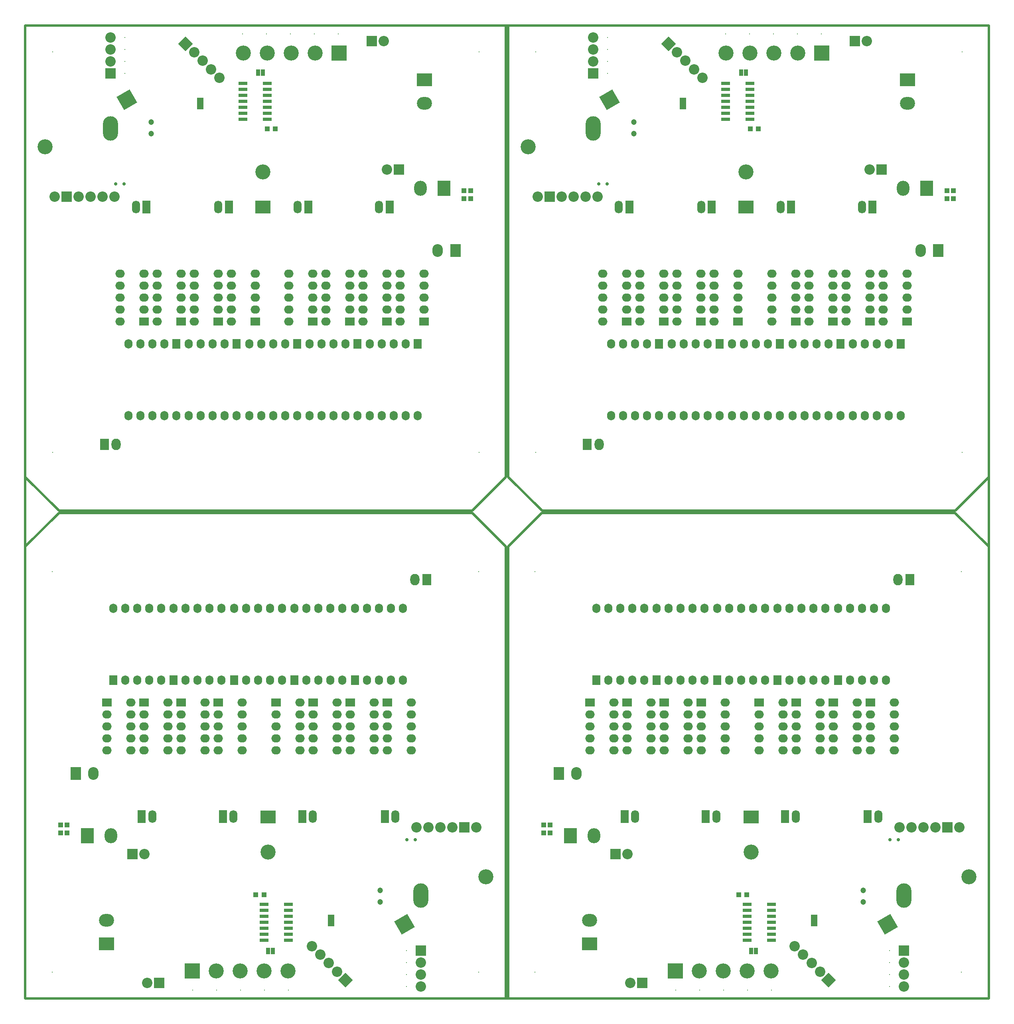
<source format=gbs>
G04*
G04 #@! TF.GenerationSoftware,Altium Limited,Altium Designer,20.0.14 (345)*
G04*
G04 Layer_Color=16711935*
%FSLAX44Y44*%
%MOMM*%
G71*
G01*
G75*
%ADD40C,0.5000*%
%ADD94R,0.8382X1.4732*%
%ADD96R,1.0032X1.1032*%
%ADD97R,1.1032X1.0032*%
%ADD124C,2.2032*%
%ADD125C,1.2032*%
%ADD126O,1.7032X2.7032*%
%ADD127R,1.7032X2.7032*%
%ADD128O,1.9532X2.4532*%
%ADD129R,1.9532X2.4532*%
%ADD130O,2.2032X2.7032*%
%ADD131R,2.2032X2.7032*%
%ADD132O,2.7032X3.2032*%
%ADD133R,2.7032X3.2032*%
%ADD134O,1.7032X2.0032*%
%ADD135R,1.7032X2.0032*%
%ADD136O,2.0032X1.7032*%
%ADD137R,2.0032X1.7032*%
%ADD138C,0.2032*%
%ADD139R,2.2032X2.2032*%
%ADD140C,3.2032*%
%ADD141R,3.2032X3.2032*%
%ADD142R,2.2032X2.2032*%
%ADD143P,4.5300X4X255.0*%
%ADD144P,3.1158X4X180.0*%
%ADD145R,3.2032X2.7032*%
%ADD146O,3.2032X2.7032*%
%ADD147C,0.7032*%
%ADD148R,1.9050X0.7366*%
%ADD149O,3.2032X5.2032*%
%ADD150R,1.4732X0.8382*%
D40*
X0Y0D02*
X2045000D01*
Y2065000D01*
X0D02*
X2045000D01*
X0Y0D02*
Y2065000D01*
X1Y-0D02*
X1020001D01*
Y957500D01*
X948501Y1030000D02*
X1020001Y958850D01*
X71151Y1030000D02*
X948501D01*
X1Y958850D02*
X71151Y1030000D01*
X1Y-0D02*
Y958850D01*
X1025002Y-0D02*
X2045002D01*
Y957500D01*
X1973502Y1030000D02*
X2045002Y958850D01*
X1096152Y1030000D02*
X1973502D01*
X1025002Y958850D02*
X1096152Y1030000D01*
X1025002Y-0D02*
Y958850D01*
X2044999Y2065000D02*
X1024999D01*
Y1107500D01*
X1096499Y1035000D02*
X1024999Y1106150D01*
X1973849Y1035000D02*
X1096499D01*
X2044999Y1106150D02*
X1973849Y1035000D01*
X2044999Y2065000D02*
Y1106150D01*
X1019998Y2065000D02*
X-2D01*
Y1107500D01*
X71498Y1035000D02*
X-2Y1106150D01*
X948848Y1035000D02*
X71498D01*
X1019998Y1106150D02*
X948848Y1035000D01*
X1019998Y2065000D02*
Y1106150D01*
D94*
X525781Y100330D02*
D03*
X515621D02*
D03*
X1550782D02*
D03*
X1540622D02*
D03*
X1519219Y1964670D02*
D03*
X1529379D02*
D03*
X494218D02*
D03*
X504378D02*
D03*
D96*
X489341Y219710D02*
D03*
X506341D02*
D03*
X1514342D02*
D03*
X1531342D02*
D03*
X1555659Y1845290D02*
D03*
X1538659D02*
D03*
X530658D02*
D03*
X513658D02*
D03*
D97*
X74931Y350910D02*
D03*
Y367910D02*
D03*
X88901Y350910D02*
D03*
Y367910D02*
D03*
X1099932Y350910D02*
D03*
Y367910D02*
D03*
X1113902Y350910D02*
D03*
Y367910D02*
D03*
X1970069Y1714090D02*
D03*
Y1697090D02*
D03*
X1956099Y1714090D02*
D03*
Y1697090D02*
D03*
X945068Y1714090D02*
D03*
Y1697090D02*
D03*
X931098Y1714090D02*
D03*
Y1697090D02*
D03*
D124*
X957581Y363220D02*
D03*
X259081Y33020D02*
D03*
X839471Y76200D02*
D03*
X839471Y50800D02*
D03*
Y25400D02*
D03*
X607970Y110851D02*
D03*
X625930Y92890D02*
D03*
X643891Y74930D02*
D03*
X661851Y56969D02*
D03*
X906781Y363220D02*
D03*
X881381Y363220D02*
D03*
X855981D02*
D03*
X830581D02*
D03*
X252731Y306070D02*
D03*
X1982582Y363220D02*
D03*
X1284082Y33020D02*
D03*
X1864472Y76200D02*
D03*
X1864472Y50800D02*
D03*
Y25400D02*
D03*
X1632971Y110851D02*
D03*
X1650931Y92890D02*
D03*
X1668892Y74930D02*
D03*
X1686852Y56969D02*
D03*
X1931782Y363220D02*
D03*
X1906382Y363220D02*
D03*
X1880982D02*
D03*
X1855582D02*
D03*
X1277732Y306070D02*
D03*
X1087419Y1701780D02*
D03*
X1785919Y2031980D02*
D03*
X1205529Y1988800D02*
D03*
X1205529Y2014200D02*
D03*
Y2039600D02*
D03*
X1437030Y1954149D02*
D03*
X1419070Y1972110D02*
D03*
X1401109Y1990070D02*
D03*
X1383149Y2008031D02*
D03*
X1138219Y1701780D02*
D03*
X1163619Y1701780D02*
D03*
X1189019D02*
D03*
X1214419D02*
D03*
X1792269Y1758930D02*
D03*
X62418Y1701780D02*
D03*
X760918Y2031980D02*
D03*
X180528Y1988800D02*
D03*
X180528Y2014200D02*
D03*
Y2039600D02*
D03*
X412029Y1954149D02*
D03*
X394069Y1972110D02*
D03*
X376108Y1990070D02*
D03*
X358148Y2008031D02*
D03*
X113218Y1701780D02*
D03*
X138618Y1701780D02*
D03*
X164018D02*
D03*
X189418D02*
D03*
X767268Y1758930D02*
D03*
D125*
X753111Y229670D02*
D03*
Y204670D02*
D03*
X1778112Y229670D02*
D03*
Y204670D02*
D03*
X1291889Y1835330D02*
D03*
Y1860330D02*
D03*
X266888Y1835330D02*
D03*
Y1860330D02*
D03*
D126*
X441901Y385700D02*
D03*
X610401D02*
D03*
X785401D02*
D03*
X269401D02*
D03*
X1466902D02*
D03*
X1635402D02*
D03*
X1810402D02*
D03*
X1294402D02*
D03*
X1603099Y1679300D02*
D03*
X1434599D02*
D03*
X1259599D02*
D03*
X1775599D02*
D03*
X578098D02*
D03*
X409598D02*
D03*
X234598D02*
D03*
X750598D02*
D03*
D127*
X419401Y385700D02*
D03*
X587901D02*
D03*
X762901D02*
D03*
X246901D02*
D03*
X1444402D02*
D03*
X1612902D02*
D03*
X1787902D02*
D03*
X1271902D02*
D03*
X1625599Y1679300D02*
D03*
X1457099D02*
D03*
X1282099D02*
D03*
X1798099D02*
D03*
X600598D02*
D03*
X432098D02*
D03*
X257098D02*
D03*
X773098D02*
D03*
D128*
X827171Y889000D02*
D03*
X1852172D02*
D03*
X1217829Y1176000D02*
D03*
X192828D02*
D03*
D129*
X852171Y889000D02*
D03*
X1877172D02*
D03*
X1192829Y1176000D02*
D03*
X167828D02*
D03*
D130*
X144781Y477520D02*
D03*
X1169782D02*
D03*
X1900219Y1587480D02*
D03*
X875218D02*
D03*
D131*
X107281Y477520D02*
D03*
X1132282D02*
D03*
X1937719Y1587480D02*
D03*
X912718D02*
D03*
D132*
X181611Y345440D02*
D03*
X1206612D02*
D03*
X1863389Y1719560D02*
D03*
X838388D02*
D03*
D133*
X131611Y345440D02*
D03*
X1156612D02*
D03*
X1913389Y1719560D02*
D03*
X888388D02*
D03*
D134*
X288501Y828100D02*
D03*
X263101D02*
D03*
X237701D02*
D03*
X212301D02*
D03*
X186901D02*
D03*
X288501Y675700D02*
D03*
X263101D02*
D03*
X237701D02*
D03*
X212301D02*
D03*
X468631Y675640D02*
D03*
X494031D02*
D03*
X519431D02*
D03*
X544831D02*
D03*
X443231Y828040D02*
D03*
X468631D02*
D03*
X494031D02*
D03*
X519431D02*
D03*
X544831D02*
D03*
X673101D02*
D03*
X647701D02*
D03*
X622301D02*
D03*
X596901D02*
D03*
X571501D02*
D03*
X673101Y675640D02*
D03*
X647701D02*
D03*
X622301D02*
D03*
X596901D02*
D03*
X725171D02*
D03*
X750571D02*
D03*
X775971D02*
D03*
X801371D02*
D03*
X699771Y828040D02*
D03*
X725171D02*
D03*
X750571D02*
D03*
X775971D02*
D03*
X801371D02*
D03*
X416561D02*
D03*
X391161D02*
D03*
X365761D02*
D03*
X340361D02*
D03*
X314961D02*
D03*
X416561Y675640D02*
D03*
X391161D02*
D03*
X365761D02*
D03*
X340361D02*
D03*
X1313502Y828100D02*
D03*
X1288102D02*
D03*
X1262702D02*
D03*
X1237302D02*
D03*
X1211902D02*
D03*
X1313502Y675700D02*
D03*
X1288102D02*
D03*
X1262702D02*
D03*
X1237302D02*
D03*
X1493632Y675640D02*
D03*
X1519032D02*
D03*
X1544432D02*
D03*
X1569832D02*
D03*
X1468232Y828040D02*
D03*
X1493632D02*
D03*
X1519032D02*
D03*
X1544432D02*
D03*
X1569832D02*
D03*
X1698102D02*
D03*
X1672702D02*
D03*
X1647302D02*
D03*
X1621902D02*
D03*
X1596502D02*
D03*
X1698102Y675640D02*
D03*
X1672702D02*
D03*
X1647302D02*
D03*
X1621902D02*
D03*
X1750172D02*
D03*
X1775572D02*
D03*
X1800972D02*
D03*
X1826372D02*
D03*
X1724772Y828040D02*
D03*
X1750172D02*
D03*
X1775572D02*
D03*
X1800972D02*
D03*
X1826372D02*
D03*
X1441562D02*
D03*
X1416162D02*
D03*
X1390762D02*
D03*
X1365362D02*
D03*
X1339962D02*
D03*
X1441562Y675640D02*
D03*
X1416162D02*
D03*
X1390762D02*
D03*
X1365362D02*
D03*
X1756499Y1236900D02*
D03*
X1781899D02*
D03*
X1807299D02*
D03*
X1832699D02*
D03*
X1858099D02*
D03*
X1756499Y1389300D02*
D03*
X1781899D02*
D03*
X1807299D02*
D03*
X1832699D02*
D03*
X1576369Y1389360D02*
D03*
X1550969D02*
D03*
X1525569D02*
D03*
X1500169D02*
D03*
X1601769Y1236960D02*
D03*
X1576369D02*
D03*
X1550969D02*
D03*
X1525569D02*
D03*
X1500169D02*
D03*
X1371899D02*
D03*
X1397299D02*
D03*
X1422699D02*
D03*
X1448099D02*
D03*
X1473499D02*
D03*
X1371899Y1389360D02*
D03*
X1397299D02*
D03*
X1422699D02*
D03*
X1448099D02*
D03*
X1319829D02*
D03*
X1294429D02*
D03*
X1269029D02*
D03*
X1243629D02*
D03*
X1345229Y1236960D02*
D03*
X1319829D02*
D03*
X1294429D02*
D03*
X1269029D02*
D03*
X1243629D02*
D03*
X1628439D02*
D03*
X1653839D02*
D03*
X1679239D02*
D03*
X1704639D02*
D03*
X1730039D02*
D03*
X1628439Y1389360D02*
D03*
X1653839D02*
D03*
X1679239D02*
D03*
X1704639D02*
D03*
X731498Y1236900D02*
D03*
X756898D02*
D03*
X782298D02*
D03*
X807698D02*
D03*
X833098D02*
D03*
X731498Y1389300D02*
D03*
X756898D02*
D03*
X782298D02*
D03*
X807698D02*
D03*
X551368Y1389360D02*
D03*
X525968D02*
D03*
X500568D02*
D03*
X475168D02*
D03*
X576768Y1236960D02*
D03*
X551368D02*
D03*
X525968D02*
D03*
X500568D02*
D03*
X475168D02*
D03*
X346898D02*
D03*
X372298D02*
D03*
X397698D02*
D03*
X423098D02*
D03*
X448498D02*
D03*
X346898Y1389360D02*
D03*
X372298D02*
D03*
X397698D02*
D03*
X423098D02*
D03*
X294828D02*
D03*
X269428D02*
D03*
X244028D02*
D03*
X218628D02*
D03*
X320228Y1236960D02*
D03*
X294828D02*
D03*
X269428D02*
D03*
X244028D02*
D03*
X218628D02*
D03*
X603438D02*
D03*
X628838D02*
D03*
X654238D02*
D03*
X679638D02*
D03*
X705038D02*
D03*
X603438Y1389360D02*
D03*
X628838D02*
D03*
X654238D02*
D03*
X679638D02*
D03*
D135*
X186901Y675700D02*
D03*
X443231Y675640D02*
D03*
X571501D02*
D03*
X699771D02*
D03*
X314961D02*
D03*
X1211902Y675700D02*
D03*
X1468232Y675640D02*
D03*
X1596502D02*
D03*
X1724772D02*
D03*
X1339962D02*
D03*
X1858099Y1389300D02*
D03*
X1601769Y1389360D02*
D03*
X1473499D02*
D03*
X1345229D02*
D03*
X1730039D02*
D03*
X833098Y1389300D02*
D03*
X576768Y1389360D02*
D03*
X448498D02*
D03*
X320228D02*
D03*
X705038D02*
D03*
D136*
X224331Y526600D02*
D03*
Y552000D02*
D03*
Y577400D02*
D03*
Y602800D02*
D03*
Y628200D02*
D03*
X173531Y526600D02*
D03*
Y552000D02*
D03*
Y577400D02*
D03*
Y602800D02*
D03*
X252271D02*
D03*
Y577400D02*
D03*
Y552000D02*
D03*
Y526600D02*
D03*
X303071Y628200D02*
D03*
Y602800D02*
D03*
Y577400D02*
D03*
Y552000D02*
D03*
Y526600D02*
D03*
X381811D02*
D03*
Y552000D02*
D03*
Y577400D02*
D03*
Y602800D02*
D03*
Y628200D02*
D03*
X331011Y526600D02*
D03*
Y552000D02*
D03*
Y577400D02*
D03*
Y602800D02*
D03*
X409751D02*
D03*
Y577400D02*
D03*
Y552000D02*
D03*
Y526600D02*
D03*
X460551Y628200D02*
D03*
Y602800D02*
D03*
Y577400D02*
D03*
Y552000D02*
D03*
Y526600D02*
D03*
X582851D02*
D03*
Y552000D02*
D03*
Y577400D02*
D03*
Y602800D02*
D03*
Y628200D02*
D03*
X532051Y526600D02*
D03*
Y552000D02*
D03*
Y577400D02*
D03*
Y602800D02*
D03*
X610791D02*
D03*
Y577400D02*
D03*
Y552000D02*
D03*
Y526600D02*
D03*
X661591Y628200D02*
D03*
Y602800D02*
D03*
Y577400D02*
D03*
Y552000D02*
D03*
Y526600D02*
D03*
X740331D02*
D03*
Y552000D02*
D03*
Y577400D02*
D03*
Y602800D02*
D03*
Y628200D02*
D03*
X689531Y526600D02*
D03*
Y552000D02*
D03*
Y577400D02*
D03*
Y602800D02*
D03*
X768271D02*
D03*
Y577400D02*
D03*
Y552000D02*
D03*
Y526600D02*
D03*
X819071Y628200D02*
D03*
Y602800D02*
D03*
Y577400D02*
D03*
Y552000D02*
D03*
Y526600D02*
D03*
X1249332D02*
D03*
Y552000D02*
D03*
Y577400D02*
D03*
Y602800D02*
D03*
Y628200D02*
D03*
X1198532Y526600D02*
D03*
Y552000D02*
D03*
Y577400D02*
D03*
Y602800D02*
D03*
X1277272D02*
D03*
Y577400D02*
D03*
Y552000D02*
D03*
Y526600D02*
D03*
X1328072Y628200D02*
D03*
Y602800D02*
D03*
Y577400D02*
D03*
Y552000D02*
D03*
Y526600D02*
D03*
X1406812D02*
D03*
Y552000D02*
D03*
Y577400D02*
D03*
Y602800D02*
D03*
Y628200D02*
D03*
X1356012Y526600D02*
D03*
Y552000D02*
D03*
Y577400D02*
D03*
Y602800D02*
D03*
X1434752D02*
D03*
Y577400D02*
D03*
Y552000D02*
D03*
Y526600D02*
D03*
X1485552Y628200D02*
D03*
Y602800D02*
D03*
Y577400D02*
D03*
Y552000D02*
D03*
Y526600D02*
D03*
X1607852D02*
D03*
Y552000D02*
D03*
Y577400D02*
D03*
Y602800D02*
D03*
Y628200D02*
D03*
X1557052Y526600D02*
D03*
Y552000D02*
D03*
Y577400D02*
D03*
Y602800D02*
D03*
X1635792D02*
D03*
Y577400D02*
D03*
Y552000D02*
D03*
Y526600D02*
D03*
X1686592Y628200D02*
D03*
Y602800D02*
D03*
Y577400D02*
D03*
Y552000D02*
D03*
Y526600D02*
D03*
X1765332D02*
D03*
Y552000D02*
D03*
Y577400D02*
D03*
Y602800D02*
D03*
Y628200D02*
D03*
X1714532Y526600D02*
D03*
Y552000D02*
D03*
Y577400D02*
D03*
Y602800D02*
D03*
X1793272D02*
D03*
Y577400D02*
D03*
Y552000D02*
D03*
Y526600D02*
D03*
X1844072Y628200D02*
D03*
Y602800D02*
D03*
Y577400D02*
D03*
Y552000D02*
D03*
Y526600D02*
D03*
X1820669Y1538400D02*
D03*
Y1513000D02*
D03*
Y1487600D02*
D03*
Y1462200D02*
D03*
Y1436800D02*
D03*
X1871469Y1538400D02*
D03*
Y1513000D02*
D03*
Y1487600D02*
D03*
Y1462200D02*
D03*
X1792729D02*
D03*
Y1487600D02*
D03*
Y1513000D02*
D03*
Y1538400D02*
D03*
X1741929Y1436800D02*
D03*
Y1462200D02*
D03*
Y1487600D02*
D03*
Y1513000D02*
D03*
Y1538400D02*
D03*
X1663189D02*
D03*
Y1513000D02*
D03*
Y1487600D02*
D03*
Y1462200D02*
D03*
Y1436800D02*
D03*
X1713989Y1538400D02*
D03*
Y1513000D02*
D03*
Y1487600D02*
D03*
Y1462200D02*
D03*
X1635249D02*
D03*
Y1487600D02*
D03*
Y1513000D02*
D03*
Y1538400D02*
D03*
X1584449Y1436800D02*
D03*
Y1462200D02*
D03*
Y1487600D02*
D03*
Y1513000D02*
D03*
Y1538400D02*
D03*
X1462149D02*
D03*
Y1513000D02*
D03*
Y1487600D02*
D03*
Y1462200D02*
D03*
Y1436800D02*
D03*
X1512949Y1538400D02*
D03*
Y1513000D02*
D03*
Y1487600D02*
D03*
Y1462200D02*
D03*
X1434209D02*
D03*
Y1487600D02*
D03*
Y1513000D02*
D03*
Y1538400D02*
D03*
X1383409Y1436800D02*
D03*
Y1462200D02*
D03*
Y1487600D02*
D03*
Y1513000D02*
D03*
Y1538400D02*
D03*
X1304669D02*
D03*
Y1513000D02*
D03*
Y1487600D02*
D03*
Y1462200D02*
D03*
Y1436800D02*
D03*
X1355469Y1538400D02*
D03*
Y1513000D02*
D03*
Y1487600D02*
D03*
Y1462200D02*
D03*
X1276729D02*
D03*
Y1487600D02*
D03*
Y1513000D02*
D03*
Y1538400D02*
D03*
X1225929Y1436800D02*
D03*
Y1462200D02*
D03*
Y1487600D02*
D03*
Y1513000D02*
D03*
Y1538400D02*
D03*
X795668D02*
D03*
Y1513000D02*
D03*
Y1487600D02*
D03*
Y1462200D02*
D03*
Y1436800D02*
D03*
X846468Y1538400D02*
D03*
Y1513000D02*
D03*
Y1487600D02*
D03*
Y1462200D02*
D03*
X767728D02*
D03*
Y1487600D02*
D03*
Y1513000D02*
D03*
Y1538400D02*
D03*
X716928Y1436800D02*
D03*
Y1462200D02*
D03*
Y1487600D02*
D03*
Y1513000D02*
D03*
Y1538400D02*
D03*
X638188D02*
D03*
Y1513000D02*
D03*
Y1487600D02*
D03*
Y1462200D02*
D03*
Y1436800D02*
D03*
X688988Y1538400D02*
D03*
Y1513000D02*
D03*
Y1487600D02*
D03*
Y1462200D02*
D03*
X610248D02*
D03*
Y1487600D02*
D03*
Y1513000D02*
D03*
Y1538400D02*
D03*
X559448Y1436800D02*
D03*
Y1462200D02*
D03*
Y1487600D02*
D03*
Y1513000D02*
D03*
Y1538400D02*
D03*
X437148D02*
D03*
Y1513000D02*
D03*
Y1487600D02*
D03*
Y1462200D02*
D03*
Y1436800D02*
D03*
X487948Y1538400D02*
D03*
Y1513000D02*
D03*
Y1487600D02*
D03*
Y1462200D02*
D03*
X409208D02*
D03*
Y1487600D02*
D03*
Y1513000D02*
D03*
Y1538400D02*
D03*
X358408Y1436800D02*
D03*
Y1462200D02*
D03*
Y1487600D02*
D03*
Y1513000D02*
D03*
Y1538400D02*
D03*
X279668D02*
D03*
Y1513000D02*
D03*
Y1487600D02*
D03*
Y1462200D02*
D03*
Y1436800D02*
D03*
X330468Y1538400D02*
D03*
Y1513000D02*
D03*
Y1487600D02*
D03*
Y1462200D02*
D03*
X251728D02*
D03*
Y1487600D02*
D03*
Y1513000D02*
D03*
Y1538400D02*
D03*
X200928Y1436800D02*
D03*
Y1462200D02*
D03*
Y1487600D02*
D03*
Y1513000D02*
D03*
Y1538400D02*
D03*
D137*
X173531Y628200D02*
D03*
X252271D02*
D03*
X331011D02*
D03*
X409751D02*
D03*
X532051D02*
D03*
X610791D02*
D03*
X689531D02*
D03*
X768271D02*
D03*
X1198532D02*
D03*
X1277272D02*
D03*
X1356012D02*
D03*
X1434752D02*
D03*
X1557052D02*
D03*
X1635792D02*
D03*
X1714532D02*
D03*
X1793272D02*
D03*
X1871469Y1436800D02*
D03*
X1792729D02*
D03*
X1713989D02*
D03*
X1635249D02*
D03*
X1512949D02*
D03*
X1434209D02*
D03*
X1355469D02*
D03*
X1276729D02*
D03*
X846468D02*
D03*
X767728D02*
D03*
X688988D02*
D03*
X610248D02*
D03*
X487948D02*
D03*
X409208D02*
D03*
X330468D02*
D03*
X251728D02*
D03*
D138*
X808991Y25400D02*
D03*
X808991Y50800D02*
D03*
X808991Y76200D02*
D03*
Y101600D02*
D03*
X56901Y55700D02*
D03*
X961901Y55700D02*
D03*
Y905700D02*
D03*
X56901D02*
D03*
X558801Y17780D02*
D03*
X508001D02*
D03*
X457201D02*
D03*
X406401D02*
D03*
X355601D02*
D03*
X1833992Y25400D02*
D03*
X1833992Y50800D02*
D03*
X1833992Y76200D02*
D03*
Y101600D02*
D03*
X1081902Y55700D02*
D03*
X1986902Y55700D02*
D03*
Y905700D02*
D03*
X1081902D02*
D03*
X1583802Y17780D02*
D03*
X1533002D02*
D03*
X1482202D02*
D03*
X1431402D02*
D03*
X1380602D02*
D03*
X1236009Y2039600D02*
D03*
X1236009Y2014200D02*
D03*
X1236009Y1988800D02*
D03*
Y1963400D02*
D03*
X1988099Y2009300D02*
D03*
X1083099Y2009300D02*
D03*
Y1159300D02*
D03*
X1988099D02*
D03*
X1486199Y2047220D02*
D03*
X1536999D02*
D03*
X1587799D02*
D03*
X1638599D02*
D03*
X1689399D02*
D03*
X211008Y2039600D02*
D03*
X211008Y2014200D02*
D03*
X211008Y1988800D02*
D03*
Y1963400D02*
D03*
X963098Y2009300D02*
D03*
X58098Y2009300D02*
D03*
Y1159300D02*
D03*
X963098D02*
D03*
X461198Y2047220D02*
D03*
X511998D02*
D03*
X562798D02*
D03*
X613598D02*
D03*
X664398D02*
D03*
D139*
X284481Y33020D02*
D03*
X932181Y363220D02*
D03*
X227331Y306070D02*
D03*
X1309482Y33020D02*
D03*
X1957182Y363220D02*
D03*
X1252332Y306070D02*
D03*
X1760519Y2031980D02*
D03*
X1112819Y1701780D02*
D03*
X1817669Y1758930D02*
D03*
X735518Y2031980D02*
D03*
X87818Y1701780D02*
D03*
X792668Y1758930D02*
D03*
D140*
X557531Y58420D02*
D03*
X506731D02*
D03*
X405131D02*
D03*
X455931D02*
D03*
X977901Y257810D02*
D03*
X515621Y310480D02*
D03*
X1582532Y58420D02*
D03*
X1531732D02*
D03*
X1430132D02*
D03*
X1480932D02*
D03*
X2002902Y257810D02*
D03*
X1540622Y310480D02*
D03*
X1487469Y2006580D02*
D03*
X1538269D02*
D03*
X1639869D02*
D03*
X1589069D02*
D03*
X1067099Y1807190D02*
D03*
X1529379Y1754520D02*
D03*
X462468Y2006580D02*
D03*
X513268D02*
D03*
X614868D02*
D03*
X564068D02*
D03*
X42098Y1807190D02*
D03*
X504378Y1754520D02*
D03*
D141*
X354331Y58420D02*
D03*
X1379332D02*
D03*
X1690669Y2006580D02*
D03*
X665668D02*
D03*
D142*
X839471Y101600D02*
D03*
X1864472D02*
D03*
X1205529Y1963400D02*
D03*
X180528D02*
D03*
D143*
X804696Y157810D02*
D03*
X1829697D02*
D03*
X1240304Y1907190D02*
D03*
X215303D02*
D03*
D144*
X679812Y39009D02*
D03*
X1704813D02*
D03*
X1365188Y2025991D02*
D03*
X340187D02*
D03*
D145*
X172721Y115570D02*
D03*
X515621Y385480D02*
D03*
X1197722Y115570D02*
D03*
X1540622Y385480D02*
D03*
X1872279Y1949430D02*
D03*
X1529379Y1679520D02*
D03*
X847278Y1949430D02*
D03*
X504378Y1679520D02*
D03*
D146*
X172721Y165570D02*
D03*
X1197722D02*
D03*
X1872279Y1899430D02*
D03*
X847278D02*
D03*
D147*
X810261Y336550D02*
D03*
X828041D02*
D03*
X1835262D02*
D03*
X1853042D02*
D03*
X1234739Y1728450D02*
D03*
X1216959D02*
D03*
X209738D02*
D03*
X191958D02*
D03*
D148*
X558547Y199390D02*
D03*
Y186690D02*
D03*
Y173990D02*
D03*
Y161290D02*
D03*
Y148590D02*
D03*
Y135890D02*
D03*
Y123190D02*
D03*
X506731D02*
D03*
Y135890D02*
D03*
Y148590D02*
D03*
Y161290D02*
D03*
Y173990D02*
D03*
Y186690D02*
D03*
Y199390D02*
D03*
X1583548D02*
D03*
Y186690D02*
D03*
Y173990D02*
D03*
Y161290D02*
D03*
Y148590D02*
D03*
Y135890D02*
D03*
Y123190D02*
D03*
X1531732D02*
D03*
Y135890D02*
D03*
Y148590D02*
D03*
Y161290D02*
D03*
Y173990D02*
D03*
Y186690D02*
D03*
Y199390D02*
D03*
X1486453Y1865610D02*
D03*
Y1878310D02*
D03*
Y1891010D02*
D03*
Y1903710D02*
D03*
Y1916410D02*
D03*
Y1929110D02*
D03*
Y1941810D02*
D03*
X1538269D02*
D03*
Y1929110D02*
D03*
Y1916410D02*
D03*
Y1903710D02*
D03*
Y1891010D02*
D03*
Y1878310D02*
D03*
Y1865610D02*
D03*
X461452D02*
D03*
Y1878310D02*
D03*
Y1891010D02*
D03*
Y1903710D02*
D03*
Y1916410D02*
D03*
Y1929110D02*
D03*
Y1941810D02*
D03*
X513268D02*
D03*
Y1929110D02*
D03*
Y1916410D02*
D03*
Y1903710D02*
D03*
Y1891010D02*
D03*
Y1878310D02*
D03*
Y1865610D02*
D03*
D149*
X839471Y218440D02*
D03*
X1864472D02*
D03*
X1205529Y1846560D02*
D03*
X180528D02*
D03*
D150*
X648971Y173736D02*
D03*
Y165608D02*
D03*
Y157480D02*
D03*
X1673972Y173736D02*
D03*
Y165608D02*
D03*
Y157480D02*
D03*
X1396029Y1891264D02*
D03*
Y1899392D02*
D03*
Y1907520D02*
D03*
X371028Y1891264D02*
D03*
Y1899392D02*
D03*
Y1907520D02*
D03*
M02*

</source>
